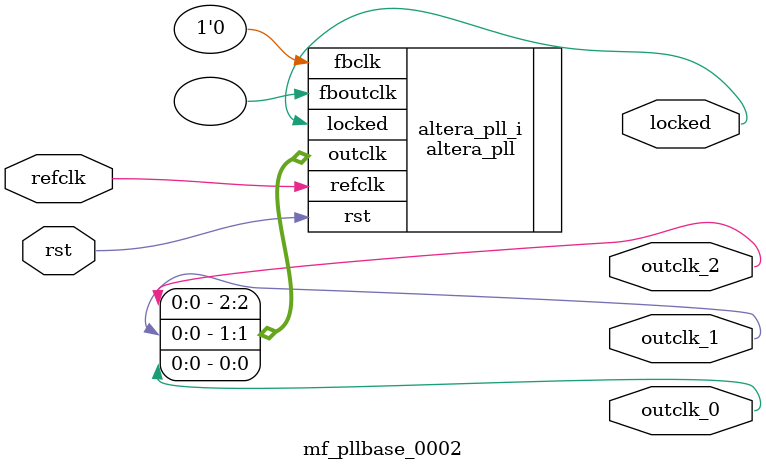
<source format=v>
`timescale 1ns/10ps
module  mf_pllbase_0002(

	// interface 'refclk'
	input wire refclk,

	// interface 'reset'
	input wire rst,

	// interface 'outclk0'
	output wire outclk_0,

	// interface 'outclk1'
	output wire outclk_1,

	// interface 'outclk2'
	output wire outclk_2,

	// interface 'locked'
	output wire locked
);

	altera_pll #(
		.fractional_vco_multiplier("true"),
		.reference_clock_frequency("74.25 MHz"),
		.operation_mode("normal"),
		.number_of_clocks(3),
		.output_clock_frequency0("36.000000 MHz"),
		.phase_shift0("0 ps"),
		.duty_cycle0(50),
		.output_clock_frequency1("5.142857 MHz"),
		.phase_shift1("0 ps"),
		.duty_cycle1(50),
		.output_clock_frequency2("5.142857 MHz"),
		.phase_shift2("48611 ps"),
		.duty_cycle2(50),
		.output_clock_frequency3("0 MHz"),
		.phase_shift3("0 ps"),
		.duty_cycle3(50),
		.output_clock_frequency4("0 MHz"),
		.phase_shift4("0 ps"),
		.duty_cycle4(50),
		.output_clock_frequency5("0 MHz"),
		.phase_shift5("0 ps"),
		.duty_cycle5(50),
		.output_clock_frequency6("0 MHz"),
		.phase_shift6("0 ps"),
		.duty_cycle6(50),
		.output_clock_frequency7("0 MHz"),
		.phase_shift7("0 ps"),
		.duty_cycle7(50),
		.output_clock_frequency8("0 MHz"),
		.phase_shift8("0 ps"),
		.duty_cycle8(50),
		.output_clock_frequency9("0 MHz"),
		.phase_shift9("0 ps"),
		.duty_cycle9(50),
		.output_clock_frequency10("0 MHz"),
		.phase_shift10("0 ps"),
		.duty_cycle10(50),
		.output_clock_frequency11("0 MHz"),
		.phase_shift11("0 ps"),
		.duty_cycle11(50),
		.output_clock_frequency12("0 MHz"),
		.phase_shift12("0 ps"),
		.duty_cycle12(50),
		.output_clock_frequency13("0 MHz"),
		.phase_shift13("0 ps"),
		.duty_cycle13(50),
		.output_clock_frequency14("0 MHz"),
		.phase_shift14("0 ps"),
		.duty_cycle14(50),
		.output_clock_frequency15("0 MHz"),
		.phase_shift15("0 ps"),
		.duty_cycle15(50),
		.output_clock_frequency16("0 MHz"),
		.phase_shift16("0 ps"),
		.duty_cycle16(50),
		.output_clock_frequency17("0 MHz"),
		.phase_shift17("0 ps"),
		.duty_cycle17(50),
		.pll_type("General"),
		.pll_subtype("General")
	) altera_pll_i (
		.rst	(rst),
		.outclk	({outclk_2, outclk_1, outclk_0}),
		.locked	(locked),
		.fboutclk	( ),
		.fbclk	(1'b0),
		.refclk	(refclk)
	);
endmodule


</source>
